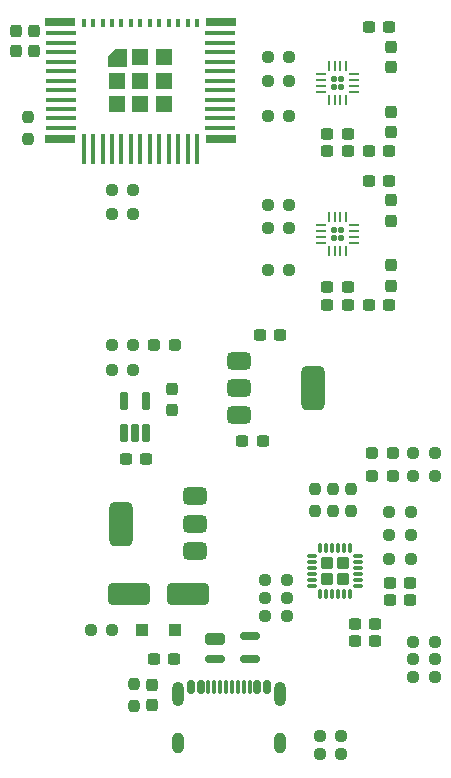
<source format=gbr>
%TF.GenerationSoftware,KiCad,Pcbnew,9.0.3*%
%TF.CreationDate,2025-11-17T09:12:33+01:00*%
%TF.ProjectId,PCB_BLE_Speaker,5043425f-424c-4455-9f53-7065616b6572,R.Casas*%
%TF.SameCoordinates,Original*%
%TF.FileFunction,Paste,Top*%
%TF.FilePolarity,Positive*%
%FSLAX46Y46*%
G04 Gerber Fmt 4.6, Leading zero omitted, Abs format (unit mm)*
G04 Created by KiCad (PCBNEW 9.0.3) date 2025-11-17 09:12:33*
%MOMM*%
%LPD*%
G01*
G04 APERTURE LIST*
G04 Aperture macros list*
%AMRoundRect*
0 Rectangle with rounded corners*
0 $1 Rounding radius*
0 $2 $3 $4 $5 $6 $7 $8 $9 X,Y pos of 4 corners*
0 Add a 4 corners polygon primitive as box body*
4,1,4,$2,$3,$4,$5,$6,$7,$8,$9,$2,$3,0*
0 Add four circle primitives for the rounded corners*
1,1,$1+$1,$2,$3*
1,1,$1+$1,$4,$5*
1,1,$1+$1,$6,$7*
1,1,$1+$1,$8,$9*
0 Add four rect primitives between the rounded corners*
20,1,$1+$1,$2,$3,$4,$5,0*
20,1,$1+$1,$4,$5,$6,$7,0*
20,1,$1+$1,$6,$7,$8,$9,0*
20,1,$1+$1,$8,$9,$2,$3,0*%
G04 Aperture macros list end*
%ADD10C,0.010000*%
%ADD11RoundRect,0.237500X0.300000X0.237500X-0.300000X0.237500X-0.300000X-0.237500X0.300000X-0.237500X0*%
%ADD12RoundRect,0.250000X0.285000X-0.285000X0.285000X0.285000X-0.285000X0.285000X-0.285000X-0.285000X0*%
%ADD13RoundRect,0.075000X0.075000X-0.350000X0.075000X0.350000X-0.075000X0.350000X-0.075000X-0.350000X0*%
%ADD14RoundRect,0.075000X0.350000X-0.075000X0.350000X0.075000X-0.350000X0.075000X-0.350000X-0.075000X0*%
%ADD15RoundRect,0.237500X0.237500X-0.300000X0.237500X0.300000X-0.237500X0.300000X-0.237500X-0.300000X0*%
%ADD16RoundRect,0.237500X-0.237500X0.287500X-0.237500X-0.287500X0.237500X-0.287500X0.237500X0.287500X0*%
%ADD17RoundRect,0.237500X-0.300000X-0.237500X0.300000X-0.237500X0.300000X0.237500X-0.300000X0.237500X0*%
%ADD18RoundRect,0.237500X0.237500X-0.287500X0.237500X0.287500X-0.237500X0.287500X-0.237500X-0.287500X0*%
%ADD19RoundRect,0.237500X0.237500X-0.250000X0.237500X0.250000X-0.237500X0.250000X-0.237500X-0.250000X0*%
%ADD20RoundRect,0.162500X0.162500X-0.617500X0.162500X0.617500X-0.162500X0.617500X-0.162500X-0.617500X0*%
%ADD21RoundRect,0.375000X0.625000X0.375000X-0.625000X0.375000X-0.625000X-0.375000X0.625000X-0.375000X0*%
%ADD22RoundRect,0.500000X0.500000X1.400000X-0.500000X1.400000X-0.500000X-1.400000X0.500000X-1.400000X0*%
%ADD23RoundRect,0.250000X-0.300000X-0.300000X0.300000X-0.300000X0.300000X0.300000X-0.300000X0.300000X0*%
%ADD24RoundRect,0.237500X0.250000X0.237500X-0.250000X0.237500X-0.250000X-0.237500X0.250000X-0.237500X0*%
%ADD25RoundRect,0.237500X-0.250000X-0.237500X0.250000X-0.237500X0.250000X0.237500X-0.250000X0.237500X0*%
%ADD26RoundRect,0.237500X-0.287500X-0.237500X0.287500X-0.237500X0.287500X0.237500X-0.287500X0.237500X0*%
%ADD27RoundRect,0.125000X-0.125000X-0.125000X0.125000X-0.125000X0.125000X0.125000X-0.125000X0.125000X0*%
%ADD28RoundRect,0.062500X-0.350000X-0.062500X0.350000X-0.062500X0.350000X0.062500X-0.350000X0.062500X0*%
%ADD29RoundRect,0.062500X-0.062500X-0.350000X0.062500X-0.350000X0.062500X0.350000X-0.062500X0.350000X0*%
%ADD30RoundRect,0.150000X-0.150000X-0.425000X0.150000X-0.425000X0.150000X0.425000X-0.150000X0.425000X0*%
%ADD31RoundRect,0.075000X-0.075000X-0.500000X0.075000X-0.500000X0.075000X0.500000X-0.075000X0.500000X0*%
%ADD32O,1.000000X2.100000*%
%ADD33O,1.000000X1.800000*%
%ADD34R,2.500000X0.400000*%
%ADD35R,0.400000X0.800000*%
%ADD36R,0.400000X2.500000*%
%ADD37R,2.500000X0.700000*%
%ADD38R,1.450000X1.450000*%
%ADD39RoundRect,0.375000X-0.625000X-0.375000X0.625000X-0.375000X0.625000X0.375000X-0.625000X0.375000X0*%
%ADD40RoundRect,0.500000X-0.500000X-1.400000X0.500000X-1.400000X0.500000X1.400000X-0.500000X1.400000X0*%
%ADD41RoundRect,0.250000X1.500000X0.650000X-1.500000X0.650000X-1.500000X-0.650000X1.500000X-0.650000X0*%
%ADD42RoundRect,0.250000X-0.600000X-0.250000X0.600000X-0.250000X0.600000X0.250000X-0.600000X0.250000X0*%
%ADD43RoundRect,0.150000X-0.700000X-0.150000X0.700000X-0.150000X0.700000X0.150000X-0.700000X0.150000X0*%
G04 APERTURE END LIST*
D10*
%TO.C,U501*%
X96250000Y-40270000D02*
X94800000Y-40270000D01*
X94800000Y-39420000D01*
X95400000Y-38820000D01*
X96250000Y-38820000D01*
X96250000Y-40270000D01*
G36*
X96250000Y-40270000D02*
G01*
X94800000Y-40270000D01*
X94800000Y-39420000D01*
X95400000Y-38820000D01*
X96250000Y-38820000D01*
X96250000Y-40270000D01*
G37*
%TD*%
D11*
%TO.C,C408*%
X115052500Y-47520000D03*
X113327500Y-47520000D03*
%TD*%
D12*
%TO.C,U502*%
X113340000Y-83680000D03*
X114660000Y-83680000D03*
X113340000Y-82360000D03*
X114660000Y-82360000D03*
D13*
X112750000Y-84970000D03*
X113250000Y-84970000D03*
X113750000Y-84970000D03*
X114250000Y-84970000D03*
X114750000Y-84970000D03*
X115250000Y-84970000D03*
D14*
X115950000Y-84270000D03*
X115950000Y-83770000D03*
X115950000Y-83270000D03*
X115950000Y-82770000D03*
X115950000Y-82270000D03*
X115950000Y-81770000D03*
D13*
X115250000Y-81070000D03*
X114750000Y-81070000D03*
X114250000Y-81070000D03*
X113750000Y-81070000D03*
X113250000Y-81070000D03*
X112750000Y-81070000D03*
D14*
X112050000Y-81770000D03*
X112050000Y-82270000D03*
X112050000Y-82770000D03*
X112050000Y-83270000D03*
X112050000Y-83770000D03*
X112050000Y-84270000D03*
%TD*%
D15*
%TO.C,C202*%
X98500000Y-94382500D03*
X98500000Y-92657500D03*
%TD*%
D16*
%TO.C,L403*%
X118690000Y-44145000D03*
X118690000Y-45895000D03*
%TD*%
D11*
%TO.C,C407*%
X115052500Y-46020000D03*
X113327500Y-46020000D03*
%TD*%
D17*
%TO.C,C501*%
X118637500Y-84020000D03*
X120362500Y-84020000D03*
%TD*%
D11*
%TO.C,C405*%
X115052500Y-60520000D03*
X113327500Y-60520000D03*
%TD*%
D18*
%TO.C,L404*%
X118690000Y-40395000D03*
X118690000Y-38645000D03*
%TD*%
D17*
%TO.C,C502*%
X118637500Y-85530000D03*
X120362500Y-85530000D03*
%TD*%
D19*
%TO.C,R503*%
X113800000Y-77932500D03*
X113800000Y-76107500D03*
%TD*%
D20*
%TO.C,U301*%
X96075000Y-71370000D03*
X97025000Y-71370000D03*
X97975000Y-71370000D03*
X97975000Y-68670000D03*
X96075000Y-68670000D03*
%TD*%
D15*
%TO.C,C506*%
X88500000Y-39020000D03*
X88500000Y-37295000D03*
%TD*%
D21*
%TO.C,Q301*%
X102150000Y-79020000D03*
D22*
X95850000Y-79020000D03*
D21*
X102150000Y-81320000D03*
X102150000Y-76720000D03*
%TD*%
D23*
%TO.C,D202*%
X97600000Y-88020000D03*
X100400000Y-88020000D03*
%TD*%
D24*
%TO.C,R502*%
X120412500Y-82020000D03*
X118587500Y-82020000D03*
%TD*%
D25*
%TO.C,R516*%
X120587500Y-89020000D03*
X122412500Y-89020000D03*
%TD*%
%TO.C,R514*%
X120587500Y-75020000D03*
X122412500Y-75020000D03*
%TD*%
D24*
%TO.C,R517*%
X120412500Y-80020000D03*
X118587500Y-80020000D03*
%TD*%
D19*
%TO.C,R501*%
X88000000Y-46432500D03*
X88000000Y-44607500D03*
%TD*%
D18*
%TO.C,L402*%
X118690000Y-53395000D03*
X118690000Y-51645000D03*
%TD*%
D26*
%TO.C,D501*%
X117125000Y-75020000D03*
X118875000Y-75020000D03*
%TD*%
D15*
%TO.C,C301*%
X100200000Y-69382500D03*
X100200000Y-67657500D03*
%TD*%
D27*
%TO.C,U402*%
X113880000Y-41400000D03*
X113880000Y-42020000D03*
X114500000Y-41400000D03*
X114500000Y-42020000D03*
D28*
X112752500Y-40960000D03*
X112752500Y-41460000D03*
X112752500Y-41960000D03*
X112752500Y-42460000D03*
D29*
X113440000Y-43147500D03*
X113940000Y-43147500D03*
X114440000Y-43147500D03*
X114940000Y-43147500D03*
D28*
X115627500Y-42460000D03*
X115627500Y-41960000D03*
X115627500Y-41460000D03*
X115627500Y-40960000D03*
D29*
X114940000Y-40272500D03*
X114440000Y-40272500D03*
X113940000Y-40272500D03*
X113440000Y-40272500D03*
%TD*%
D11*
%TO.C,C508*%
X109362500Y-63020000D03*
X107637500Y-63020000D03*
%TD*%
D24*
%TO.C,R510*%
X109912500Y-86820000D03*
X108087500Y-86820000D03*
%TD*%
D11*
%TO.C,C201*%
X100362500Y-90520000D03*
X98637500Y-90520000D03*
%TD*%
D25*
%TO.C,R401*%
X108277500Y-57520000D03*
X110102500Y-57520000D03*
%TD*%
D24*
%TO.C,R301*%
X96912500Y-63920000D03*
X95087500Y-63920000D03*
%TD*%
D27*
%TO.C,U401*%
X113880000Y-54210000D03*
X113880000Y-54830000D03*
X114500000Y-54210000D03*
X114500000Y-54830000D03*
D28*
X112752500Y-53770000D03*
X112752500Y-54270000D03*
X112752500Y-54770000D03*
X112752500Y-55270000D03*
D29*
X113440000Y-55957500D03*
X113940000Y-55957500D03*
X114440000Y-55957500D03*
X114940000Y-55957500D03*
D28*
X115627500Y-55270000D03*
X115627500Y-54770000D03*
X115627500Y-54270000D03*
X115627500Y-53770000D03*
D29*
X114940000Y-53082500D03*
X114440000Y-53082500D03*
X113940000Y-53082500D03*
X113440000Y-53082500D03*
%TD*%
D25*
%TO.C,R508*%
X120587500Y-92020000D03*
X122412500Y-92020000D03*
%TD*%
D15*
%TO.C,C505*%
X87000000Y-39020000D03*
X87000000Y-37295000D03*
%TD*%
D25*
%TO.C,R201*%
X112675000Y-98520000D03*
X114500000Y-98520000D03*
%TD*%
D11*
%TO.C,C403*%
X118552500Y-47520000D03*
X116827500Y-47520000D03*
%TD*%
D25*
%TO.C,R513*%
X95087500Y-50820000D03*
X96912500Y-50820000D03*
%TD*%
D26*
%TO.C,D302*%
X98675000Y-63920000D03*
X100425000Y-63920000D03*
%TD*%
D19*
%TO.C,R505*%
X115300000Y-77932500D03*
X115300000Y-76107500D03*
%TD*%
D30*
%TO.C,J201*%
X101800000Y-92840000D03*
X102600000Y-92840000D03*
D31*
X103750000Y-92840000D03*
X104750000Y-92840000D03*
X105250000Y-92840000D03*
X106250000Y-92840000D03*
D30*
X107400000Y-92840000D03*
X108200000Y-92840000D03*
X108200000Y-92840000D03*
X107400000Y-92840000D03*
D31*
X106750000Y-92840000D03*
X105750000Y-92840000D03*
X104250000Y-92840000D03*
X103250000Y-92840000D03*
D30*
X102600000Y-92840000D03*
X101800000Y-92840000D03*
D32*
X100680000Y-93415000D03*
D33*
X100680000Y-97595000D03*
D32*
X109320000Y-93415000D03*
D33*
X109320000Y-97595000D03*
%TD*%
D25*
%TO.C,R511*%
X118587500Y-78020000D03*
X120412500Y-78020000D03*
%TD*%
D17*
%TO.C,C402*%
X116827500Y-50020000D03*
X118552500Y-50020000D03*
%TD*%
D11*
%TO.C,C406*%
X115052500Y-59030000D03*
X113327500Y-59030000D03*
%TD*%
D24*
%TO.C,R504*%
X122412500Y-90520000D03*
X120587500Y-90520000D03*
%TD*%
D34*
%TO.C,U501*%
X90750000Y-37520000D03*
X90750000Y-38320000D03*
X90750000Y-45520000D03*
D35*
X94300000Y-36620000D03*
D36*
X94300000Y-47270000D03*
D35*
X95100000Y-36620000D03*
X95900000Y-36620000D03*
X96700000Y-36620000D03*
X97500000Y-36620000D03*
X98300000Y-36620000D03*
X99100000Y-36620000D03*
X99900000Y-36620000D03*
X100700000Y-36620000D03*
X101500000Y-36620000D03*
X102300000Y-36620000D03*
D34*
X90750000Y-39120000D03*
X90750000Y-39920000D03*
X90750000Y-40720000D03*
X90750000Y-41520000D03*
X90750000Y-42320000D03*
X90750000Y-43120000D03*
X90750000Y-43920000D03*
X90750000Y-44720000D03*
D36*
X92700000Y-47270000D03*
X93500000Y-47270000D03*
X95100000Y-47270000D03*
X95900000Y-47270000D03*
X96700000Y-47270000D03*
X97500000Y-47270000D03*
X98300000Y-47270000D03*
X99100000Y-47270000D03*
X99900000Y-47270000D03*
X100700000Y-47270000D03*
X101500000Y-47270000D03*
X102300000Y-47270000D03*
D34*
X104250000Y-45520000D03*
X104250000Y-44720000D03*
X104250000Y-43920000D03*
X104250000Y-43120000D03*
X104250000Y-42320000D03*
X104250000Y-41520000D03*
X104250000Y-40720000D03*
X104250000Y-39920000D03*
X104250000Y-39120000D03*
X104250000Y-38320000D03*
X104250000Y-37520000D03*
D37*
X90700000Y-36570000D03*
X90700000Y-46470000D03*
D35*
X92700000Y-36620000D03*
X93500000Y-36620000D03*
D38*
X95525000Y-41520000D03*
X95525000Y-43495000D03*
X97500000Y-39545000D03*
X97500000Y-41520000D03*
X97500000Y-43495000D03*
X99475000Y-39545000D03*
X99475000Y-41520000D03*
X99475000Y-43495000D03*
D37*
X104300000Y-36570000D03*
X104300000Y-46470000D03*
%TD*%
D39*
%TO.C,U503*%
X105850000Y-65220000D03*
X105850000Y-67520000D03*
D40*
X112150000Y-67520000D03*
D39*
X105850000Y-69820000D03*
%TD*%
D17*
%TO.C,C507*%
X106137500Y-72020000D03*
X107862500Y-72020000D03*
%TD*%
%TO.C,C404*%
X116827500Y-37020000D03*
X118552500Y-37020000D03*
%TD*%
D41*
%TO.C,D301*%
X101500000Y-85020000D03*
X96500000Y-85020000D03*
%TD*%
D17*
%TO.C,C503*%
X115637500Y-87520000D03*
X117362500Y-87520000D03*
%TD*%
D11*
%TO.C,C401*%
X118552500Y-60520000D03*
X116827500Y-60520000D03*
%TD*%
D25*
%TO.C,R404*%
X108277500Y-44520000D03*
X110102500Y-44520000D03*
%TD*%
D42*
%TO.C,D201*%
X103800000Y-88770000D03*
D43*
X103800000Y-90470000D03*
X106800000Y-90470000D03*
X106800000Y-88570000D03*
%TD*%
D17*
%TO.C,C504*%
X115637500Y-89000000D03*
X117362500Y-89000000D03*
%TD*%
D25*
%TO.C,R515*%
X120587500Y-73020000D03*
X122412500Y-73020000D03*
%TD*%
D24*
%TO.C,R507*%
X109912500Y-83820000D03*
X108087500Y-83820000D03*
%TD*%
D19*
%TO.C,R506*%
X112300000Y-77932500D03*
X112300000Y-76107500D03*
%TD*%
D11*
%TO.C,C302*%
X98000000Y-73520000D03*
X96275000Y-73520000D03*
%TD*%
D25*
%TO.C,R403*%
X108277500Y-52020000D03*
X110102500Y-52020000D03*
%TD*%
D26*
%TO.C,D502*%
X117125000Y-73020000D03*
X118875000Y-73020000D03*
%TD*%
D25*
%TO.C,R406*%
X108277500Y-39520000D03*
X110102500Y-39520000D03*
%TD*%
D24*
%TO.C,R302*%
X96912500Y-66020000D03*
X95087500Y-66020000D03*
%TD*%
D16*
%TO.C,L401*%
X118690000Y-57145000D03*
X118690000Y-58895000D03*
%TD*%
D25*
%TO.C,R202*%
X112675000Y-97020000D03*
X114500000Y-97020000D03*
%TD*%
D24*
%TO.C,R303*%
X95112500Y-88020000D03*
X93287500Y-88020000D03*
%TD*%
D19*
%TO.C,R203*%
X97000000Y-94432500D03*
X97000000Y-92607500D03*
%TD*%
D25*
%TO.C,R402*%
X108277500Y-54020000D03*
X110102500Y-54020000D03*
%TD*%
D24*
%TO.C,R509*%
X109912500Y-85320000D03*
X108087500Y-85320000D03*
%TD*%
D25*
%TO.C,R405*%
X108277500Y-41520000D03*
X110102500Y-41520000D03*
%TD*%
D24*
%TO.C,R512*%
X96912500Y-52820000D03*
X95087500Y-52820000D03*
%TD*%
M02*

</source>
